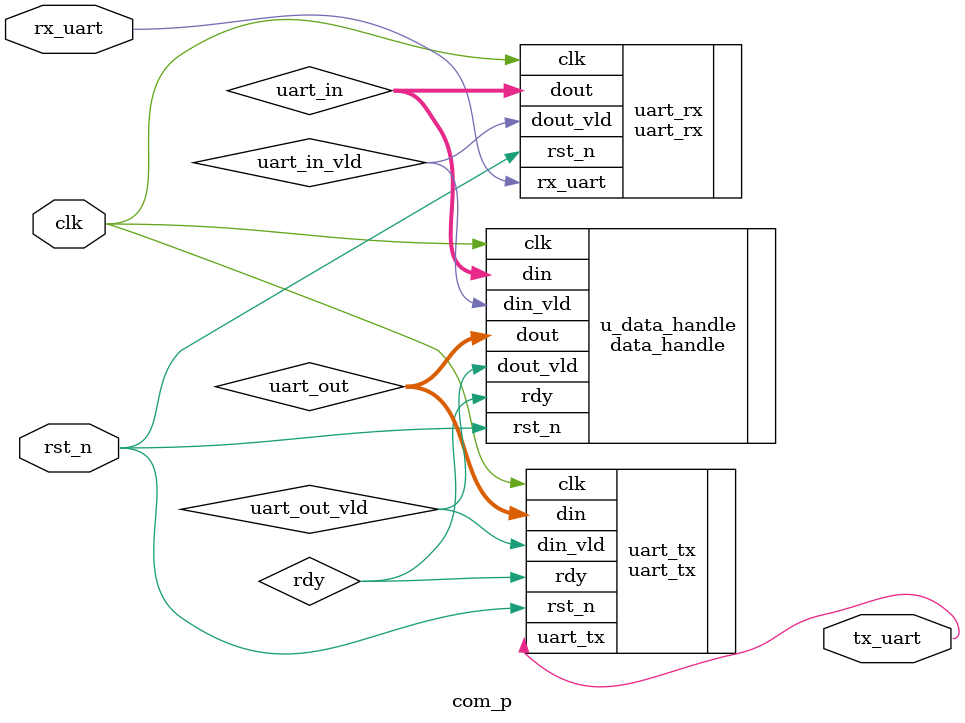
<source format=v>
module com_p (
	clk,    // Clock
	rst_n,  // Asynchronous reset active low
	rx_uart,
    tx_uart 
);
parameter    	   BPS	  =	5208;
input               rst_n  ;
input               clk    ;
input               rx_uart;
output              tx_uart;
wire  [7:0]         uart_in     ;
wire                uart_in_vld ;
wire  [7:0]         uart_out    ;
wire                uart_out_vld;
wire                rdy         ;
//串口接收模块
uart_rx#(.BPS(BPS))  uart_rx(
                 .clk     (clk        ),
                 .rst_n   (rst_n      ),
                 .rx_uart     (rx_uart    ),
                 .dout    (uart_in    ),
                 .dout_vld(uart_in_vld)
             );
//fifo模块
data_handle  u_data_handle(
                 .clk     (clk         ),
                 .rst_n   (rst_n       ),
                 .din     (uart_in     ),
                 .din_vld (uart_in_vld ),
                 .dout    (uart_out    ),
                 .dout_vld(uart_out_vld),
                 .rdy     (rdy         )   //避免在tx处理数据时向tx发送信号
                  );         
//串口发送模块             
uart_tx#(.BPS(BPS))  uart_tx(
                 .clk     (clk         ),
                 .rst_n   (rst_n       ),
                 .din     (uart_out    ),
                 .din_vld (uart_out_vld),
                 .rdy     (rdy         ),
                 .uart_tx    (tx_uart     )
             );

endmodule
</source>
